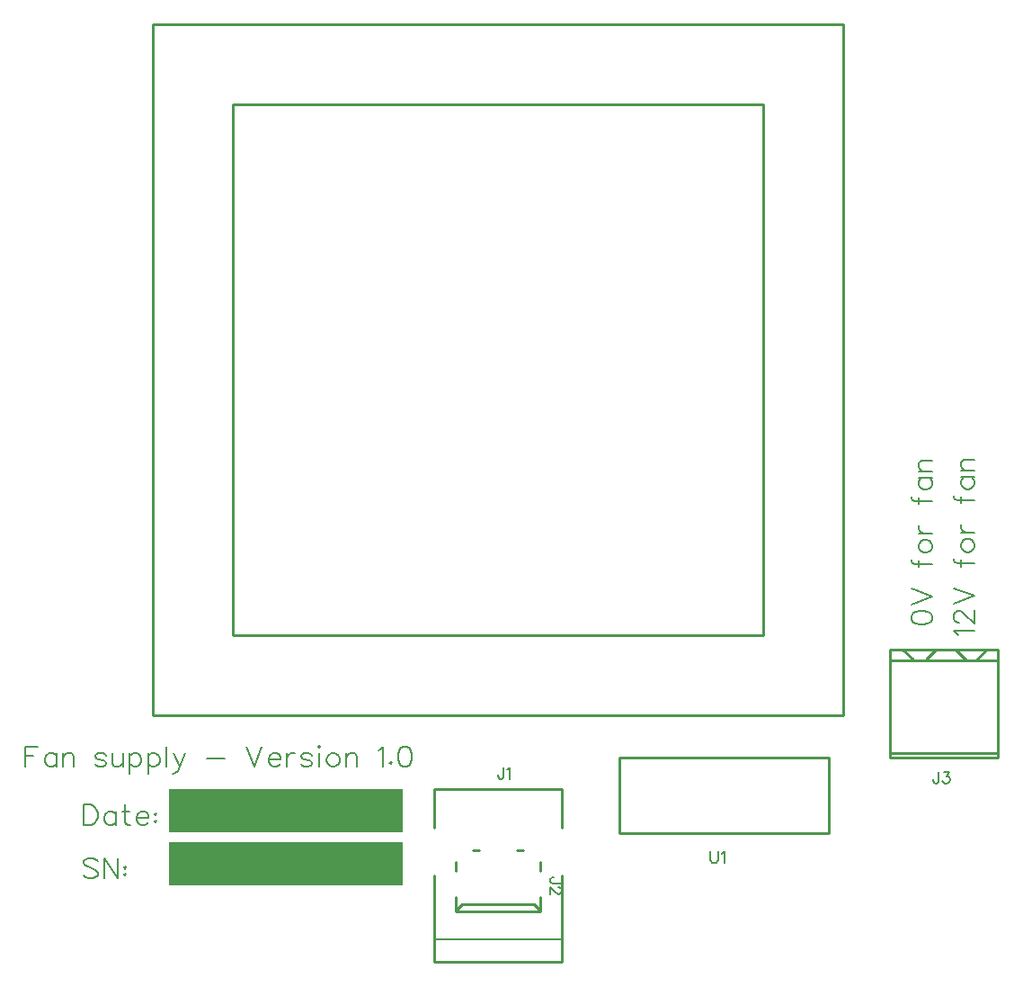
<source format=gto>
G04 Layer: TopSilkscreenLayer*
G04 EasyEDA v6.5.1, 2022-08-30 01:02:35*
G04 a67cddfb3fce44daa9051d46cbbcc19f,10*
G04 Gerber Generator version 0.2*
G04 Scale: 100 percent, Rotated: No, Reflected: No *
G04 Dimensions in millimeters *
G04 leading zeros omitted , absolute positions ,4 integer and 5 decimal *
%FSLAX45Y45*%
%MOMM*%

%ADD10C,0.2540*%
%ADD22C,0.1270*%
%ADD23C,0.2032*%
%ADD24C,0.1524*%
%ADD25C,0.2500*%

%LPD*%
D23*
X8894899Y2655430D02*
G01*
X8904297Y2627744D01*
X8931983Y2609202D01*
X8977957Y2600058D01*
X9005897Y2600058D01*
X9051871Y2609202D01*
X9079557Y2627744D01*
X9088955Y2655430D01*
X9088955Y2673972D01*
X9079557Y2701658D01*
X9051871Y2719946D01*
X9005897Y2729344D01*
X8977957Y2729344D01*
X8931983Y2719946D01*
X8904297Y2701658D01*
X8894899Y2673972D01*
X8894899Y2655430D01*
X8894899Y2790304D02*
G01*
X9088955Y2864218D01*
X8894899Y2938132D02*
G01*
X9088955Y2864218D01*
X8894899Y3215246D02*
G01*
X8894899Y3196704D01*
X8904297Y3178162D01*
X8931983Y3169018D01*
X9088955Y3169018D01*
X8959669Y3141332D02*
G01*
X8959669Y3205848D01*
X8959669Y3322180D02*
G01*
X8968813Y3303892D01*
X8987355Y3285350D01*
X9015041Y3276206D01*
X9033583Y3276206D01*
X9061269Y3285350D01*
X9079557Y3303892D01*
X9088955Y3322180D01*
X9088955Y3349866D01*
X9079557Y3368408D01*
X9061269Y3386950D01*
X9033583Y3396094D01*
X9015041Y3396094D01*
X8987355Y3386950D01*
X8968813Y3368408D01*
X8959669Y3349866D01*
X8959669Y3322180D01*
X8959669Y3457054D02*
G01*
X9088955Y3457054D01*
X9015041Y3457054D02*
G01*
X8987355Y3466452D01*
X8968813Y3484740D01*
X8959669Y3503282D01*
X8959669Y3530968D01*
X8894899Y3808082D02*
G01*
X8894899Y3789540D01*
X8904297Y3771252D01*
X8931983Y3761854D01*
X9088955Y3761854D01*
X8959669Y3734168D02*
G01*
X8959669Y3798938D01*
X8959669Y3979786D02*
G01*
X9088955Y3979786D01*
X8987355Y3979786D02*
G01*
X8968813Y3961498D01*
X8959669Y3942956D01*
X8959669Y3915270D01*
X8968813Y3896728D01*
X8987355Y3878186D01*
X9015041Y3869042D01*
X9033583Y3869042D01*
X9061269Y3878186D01*
X9079557Y3896728D01*
X9088955Y3915270D01*
X9088955Y3942956D01*
X9079557Y3961498D01*
X9061269Y3979786D01*
X8959669Y4040746D02*
G01*
X9088955Y4040746D01*
X8996499Y4040746D02*
G01*
X8968813Y4068686D01*
X8959669Y4086974D01*
X8959669Y4114660D01*
X8968813Y4133202D01*
X8996499Y4142346D01*
X9088955Y4142346D01*
X9331909Y2500109D02*
G01*
X9322765Y2518397D01*
X9295079Y2546083D01*
X9488881Y2546083D01*
X9341053Y2616441D02*
G01*
X9331909Y2616441D01*
X9313367Y2625585D01*
X9304223Y2634729D01*
X9295079Y2653271D01*
X9295079Y2690355D01*
X9304223Y2708643D01*
X9313367Y2718041D01*
X9331909Y2727185D01*
X9350451Y2727185D01*
X9368739Y2718041D01*
X9396679Y2699499D01*
X9488881Y2607043D01*
X9488881Y2736329D01*
X9295079Y2797289D02*
G01*
X9488881Y2871203D01*
X9295079Y2945117D02*
G01*
X9488881Y2871203D01*
X9295079Y3222231D02*
G01*
X9295079Y3203689D01*
X9304223Y3185401D01*
X9331909Y3176003D01*
X9488881Y3176003D01*
X9359595Y3148317D02*
G01*
X9359595Y3213087D01*
X9359595Y3329419D02*
G01*
X9368739Y3310877D01*
X9387281Y3292589D01*
X9414967Y3283191D01*
X9433509Y3283191D01*
X9461195Y3292589D01*
X9479737Y3310877D01*
X9488881Y3329419D01*
X9488881Y3357105D01*
X9479737Y3375647D01*
X9461195Y3394189D01*
X9433509Y3403333D01*
X9414967Y3403333D01*
X9387281Y3394189D01*
X9368739Y3375647D01*
X9359595Y3357105D01*
X9359595Y3329419D01*
X9359595Y3464293D02*
G01*
X9488881Y3464293D01*
X9414967Y3464293D02*
G01*
X9387281Y3473437D01*
X9368739Y3491979D01*
X9359595Y3510521D01*
X9359595Y3538207D01*
X9295079Y3815321D02*
G01*
X9295079Y3796779D01*
X9304223Y3778237D01*
X9331909Y3769093D01*
X9488881Y3769093D01*
X9359595Y3741407D02*
G01*
X9359595Y3805923D01*
X9359595Y3987025D02*
G01*
X9488881Y3987025D01*
X9387281Y3987025D02*
G01*
X9368739Y3968483D01*
X9359595Y3950195D01*
X9359595Y3922509D01*
X9368739Y3903967D01*
X9387281Y3885425D01*
X9414967Y3876281D01*
X9433509Y3876281D01*
X9461195Y3885425D01*
X9479737Y3903967D01*
X9488881Y3922509D01*
X9488881Y3950195D01*
X9479737Y3968483D01*
X9461195Y3987025D01*
X9359595Y4047985D02*
G01*
X9488881Y4047985D01*
X9396679Y4047985D02*
G01*
X9368739Y4075671D01*
X9359595Y4094213D01*
X9359595Y4121899D01*
X9368739Y4140441D01*
X9396679Y4149585D01*
X9488881Y4149585D01*
X1229319Y377339D02*
G01*
X1210845Y395813D01*
X1183137Y405048D01*
X1146192Y405048D01*
X1118483Y395813D01*
X1100010Y377339D01*
X1100010Y358866D01*
X1109245Y340395D01*
X1118483Y331157D01*
X1136954Y321922D01*
X1192375Y303448D01*
X1210845Y294213D01*
X1220083Y284977D01*
X1229319Y266504D01*
X1229319Y238795D01*
X1210845Y220322D01*
X1183137Y211086D01*
X1146192Y211086D01*
X1118483Y220322D01*
X1100010Y238795D01*
X1290279Y405048D02*
G01*
X1290279Y211086D01*
X1290279Y405048D02*
G01*
X1419588Y211086D01*
X1419588Y405048D02*
G01*
X1419588Y211086D01*
X1489786Y321922D02*
G01*
X1480548Y312686D01*
X1489786Y303448D01*
X1499021Y312686D01*
X1489786Y321922D01*
X1489786Y257266D02*
G01*
X1480548Y248030D01*
X1489786Y238795D01*
X1499021Y248030D01*
X1489786Y257266D01*
X1100010Y905047D02*
G01*
X1100010Y711085D01*
X1100010Y905047D02*
G01*
X1164666Y905047D01*
X1192375Y895812D01*
X1210845Y877338D01*
X1220083Y858865D01*
X1229319Y831156D01*
X1229319Y784976D01*
X1220083Y757265D01*
X1210845Y738794D01*
X1192375Y720321D01*
X1164666Y711085D01*
X1100010Y711085D01*
X1401114Y840394D02*
G01*
X1401114Y711085D01*
X1401114Y812685D02*
G01*
X1382643Y831156D01*
X1364170Y840394D01*
X1336461Y840394D01*
X1317988Y831156D01*
X1299514Y812685D01*
X1290279Y784976D01*
X1290279Y766503D01*
X1299514Y738794D01*
X1317988Y720321D01*
X1336461Y711085D01*
X1364170Y711085D01*
X1382643Y720321D01*
X1401114Y738794D01*
X1489786Y905047D02*
G01*
X1489786Y748029D01*
X1499021Y720321D01*
X1517495Y711085D01*
X1535965Y711085D01*
X1462074Y840394D02*
G01*
X1526730Y840394D01*
X1596925Y784976D02*
G01*
X1707763Y784976D01*
X1707763Y803447D01*
X1698525Y821921D01*
X1689290Y831156D01*
X1670817Y840394D01*
X1643108Y840394D01*
X1624634Y831156D01*
X1606163Y812685D01*
X1596925Y784976D01*
X1596925Y766503D01*
X1606163Y738794D01*
X1624634Y720321D01*
X1643108Y711085D01*
X1670817Y711085D01*
X1689290Y720321D01*
X1707763Y738794D01*
X1777959Y821921D02*
G01*
X1768723Y812685D01*
X1777959Y803447D01*
X1787194Y812685D01*
X1777959Y821921D01*
X1777959Y757265D02*
G01*
X1768723Y748029D01*
X1777959Y738794D01*
X1787194Y748029D01*
X1777959Y757265D01*
X550072Y1455051D02*
G01*
X550072Y1260995D01*
X550072Y1455051D02*
G01*
X669960Y1455051D01*
X550072Y1362595D02*
G01*
X623986Y1362595D01*
X841918Y1390281D02*
G01*
X841918Y1260995D01*
X841918Y1362595D02*
G01*
X823376Y1381137D01*
X804834Y1390281D01*
X777148Y1390281D01*
X758860Y1381137D01*
X740318Y1362595D01*
X730920Y1334909D01*
X730920Y1316621D01*
X740318Y1288681D01*
X758860Y1270393D01*
X777148Y1260995D01*
X804834Y1260995D01*
X823376Y1270393D01*
X841918Y1288681D01*
X902878Y1390281D02*
G01*
X902878Y1260995D01*
X902878Y1353451D02*
G01*
X930564Y1381137D01*
X949106Y1390281D01*
X976792Y1390281D01*
X995080Y1381137D01*
X1004478Y1353451D01*
X1004478Y1260995D01*
X1309278Y1362595D02*
G01*
X1299880Y1381137D01*
X1272194Y1390281D01*
X1244508Y1390281D01*
X1216822Y1381137D01*
X1207678Y1362595D01*
X1216822Y1344307D01*
X1235364Y1334909D01*
X1281592Y1325765D01*
X1299880Y1316621D01*
X1309278Y1298079D01*
X1309278Y1288681D01*
X1299880Y1270393D01*
X1272194Y1260995D01*
X1244508Y1260995D01*
X1216822Y1270393D01*
X1207678Y1288681D01*
X1370238Y1390281D02*
G01*
X1370238Y1298079D01*
X1379382Y1270393D01*
X1397924Y1260995D01*
X1425610Y1260995D01*
X1444152Y1270393D01*
X1471838Y1298079D01*
X1471838Y1390281D02*
G01*
X1471838Y1260995D01*
X1532798Y1390281D02*
G01*
X1532798Y1196479D01*
X1532798Y1362595D02*
G01*
X1551340Y1381137D01*
X1569628Y1390281D01*
X1597314Y1390281D01*
X1615856Y1381137D01*
X1634398Y1362595D01*
X1643542Y1334909D01*
X1643542Y1316621D01*
X1634398Y1288681D01*
X1615856Y1270393D01*
X1597314Y1260995D01*
X1569628Y1260995D01*
X1551340Y1270393D01*
X1532798Y1288681D01*
X1704502Y1390281D02*
G01*
X1704502Y1196479D01*
X1704502Y1362595D02*
G01*
X1723044Y1381137D01*
X1741586Y1390281D01*
X1769272Y1390281D01*
X1787560Y1381137D01*
X1806102Y1362595D01*
X1815500Y1334909D01*
X1815500Y1316621D01*
X1806102Y1288681D01*
X1787560Y1270393D01*
X1769272Y1260995D01*
X1741586Y1260995D01*
X1723044Y1270393D01*
X1704502Y1288681D01*
X1876460Y1455051D02*
G01*
X1876460Y1260995D01*
X1946564Y1390281D02*
G01*
X2001936Y1260995D01*
X2057308Y1390281D02*
G01*
X2001936Y1260995D01*
X1983394Y1224165D01*
X1965106Y1205623D01*
X1946564Y1196479D01*
X1937420Y1196479D01*
X2260508Y1344307D02*
G01*
X2426878Y1344307D01*
X2630078Y1455051D02*
G01*
X2703992Y1260995D01*
X2777906Y1455051D02*
G01*
X2703992Y1260995D01*
X2838866Y1334909D02*
G01*
X2949610Y1334909D01*
X2949610Y1353451D01*
X2940466Y1371993D01*
X2931068Y1381137D01*
X2912780Y1390281D01*
X2884840Y1390281D01*
X2866552Y1381137D01*
X2848010Y1362595D01*
X2838866Y1334909D01*
X2838866Y1316621D01*
X2848010Y1288681D01*
X2866552Y1270393D01*
X2884840Y1260995D01*
X2912780Y1260995D01*
X2931068Y1270393D01*
X2949610Y1288681D01*
X3010570Y1390281D02*
G01*
X3010570Y1260995D01*
X3010570Y1334909D02*
G01*
X3019714Y1362595D01*
X3038256Y1381137D01*
X3056798Y1390281D01*
X3084484Y1390281D01*
X3247044Y1362595D02*
G01*
X3237900Y1381137D01*
X3209960Y1390281D01*
X3182274Y1390281D01*
X3154588Y1381137D01*
X3145444Y1362595D01*
X3154588Y1344307D01*
X3173130Y1334909D01*
X3219358Y1325765D01*
X3237900Y1316621D01*
X3247044Y1298079D01*
X3247044Y1288681D01*
X3237900Y1270393D01*
X3209960Y1260995D01*
X3182274Y1260995D01*
X3154588Y1270393D01*
X3145444Y1288681D01*
X3308004Y1455051D02*
G01*
X3317148Y1445907D01*
X3326546Y1455051D01*
X3317148Y1464195D01*
X3308004Y1455051D01*
X3317148Y1390281D02*
G01*
X3317148Y1260995D01*
X3433480Y1390281D02*
G01*
X3415192Y1381137D01*
X3396650Y1362595D01*
X3387506Y1334909D01*
X3387506Y1316621D01*
X3396650Y1288681D01*
X3415192Y1270393D01*
X3433480Y1260995D01*
X3461420Y1260995D01*
X3479708Y1270393D01*
X3498250Y1288681D01*
X3507394Y1316621D01*
X3507394Y1334909D01*
X3498250Y1362595D01*
X3479708Y1381137D01*
X3461420Y1390281D01*
X3433480Y1390281D01*
X3568354Y1390281D02*
G01*
X3568354Y1260995D01*
X3568354Y1353451D02*
G01*
X3596040Y1381137D01*
X3614582Y1390281D01*
X3642268Y1390281D01*
X3660810Y1381137D01*
X3669954Y1353451D01*
X3669954Y1260995D01*
X3873154Y1418221D02*
G01*
X3891696Y1427365D01*
X3919382Y1455051D01*
X3919382Y1260995D01*
X3989740Y1307223D02*
G01*
X3980342Y1298079D01*
X3989740Y1288681D01*
X3998884Y1298079D01*
X3989740Y1307223D01*
X4115216Y1455051D02*
G01*
X4087530Y1445907D01*
X4068988Y1418221D01*
X4059844Y1371993D01*
X4059844Y1344307D01*
X4068988Y1298079D01*
X4087530Y1270393D01*
X4115216Y1260995D01*
X4133758Y1260995D01*
X4161444Y1270393D01*
X4179986Y1298079D01*
X4189130Y1344307D01*
X4189130Y1371993D01*
X4179986Y1418221D01*
X4161444Y1445907D01*
X4133758Y1455051D01*
X4115216Y1455051D01*
D24*
X7000001Y465315D02*
G01*
X7000001Y387337D01*
X7005081Y371843D01*
X7015495Y361429D01*
X7031243Y356349D01*
X7041657Y356349D01*
X7057151Y361429D01*
X7067565Y371843D01*
X7072645Y387337D01*
X7072645Y465315D01*
X7106935Y444487D02*
G01*
X7117349Y449821D01*
X7133097Y465315D01*
X7133097Y356349D01*
X5053175Y1258133D02*
G01*
X5053175Y1175075D01*
X5047841Y1159581D01*
X5042761Y1154247D01*
X5032347Y1149167D01*
X5021933Y1149167D01*
X5011519Y1154247D01*
X5006439Y1159581D01*
X5001105Y1175075D01*
X5001105Y1185489D01*
X5087465Y1237559D02*
G01*
X5097879Y1242639D01*
X5113373Y1258133D01*
X5113373Y1149167D01*
X5597916Y167970D02*
G01*
X5514858Y167970D01*
X5499110Y173050D01*
X5494030Y178384D01*
X5488950Y188544D01*
X5488950Y198958D01*
X5494030Y209372D01*
X5499110Y214706D01*
X5514858Y219786D01*
X5525272Y219786D01*
X5572008Y128346D02*
G01*
X5577088Y128346D01*
X5587502Y123266D01*
X5592836Y117932D01*
X5597916Y107518D01*
X5597916Y86944D01*
X5592836Y76530D01*
X5587502Y71196D01*
X5577088Y66116D01*
X5566674Y66116D01*
X5556260Y71196D01*
X5540766Y81610D01*
X5488950Y133680D01*
X5488950Y60782D01*
X9152069Y1215278D02*
G01*
X9152069Y1132220D01*
X9146735Y1116726D01*
X9141655Y1111392D01*
X9131241Y1106312D01*
X9120827Y1106312D01*
X9110413Y1111392D01*
X9105079Y1116726D01*
X9099999Y1132220D01*
X9099999Y1142634D01*
X9196519Y1215278D02*
G01*
X9253669Y1215278D01*
X9222681Y1173876D01*
X9238175Y1173876D01*
X9248589Y1168542D01*
X9253669Y1163462D01*
X9259003Y1147714D01*
X9259003Y1137300D01*
X9253669Y1121806D01*
X9243509Y1111392D01*
X9227761Y1106312D01*
X9212267Y1106312D01*
X9196519Y1111392D01*
X9191439Y1116726D01*
X9186359Y1127140D01*
G36*
X1900021Y550011D02*
G01*
X1900021Y150012D01*
X4100017Y150012D01*
X4100017Y550011D01*
G37*
G36*
X1899970Y1049985D02*
G01*
X1899970Y649986D01*
X4100017Y649986D01*
X4100017Y1049985D01*
G37*
D10*
X6144000Y640001D02*
G01*
X6144000Y1351600D01*
X8117601Y1351600D01*
X8117601Y640400D01*
X6144000Y640001D02*
G01*
X8109000Y640001D01*
D22*
X5600001Y-364495D02*
G01*
X4400001Y-364497D01*
D10*
X4400001Y1054506D02*
G01*
X4400001Y687603D01*
X4400001Y241416D02*
G01*
X4400001Y-575495D01*
X4400001Y-575495D02*
G01*
X5600001Y-575495D01*
X5600001Y-575495D02*
G01*
X5600001Y241416D01*
X5600001Y687603D02*
G01*
X5600001Y1054506D01*
X5599998Y1054506D02*
G01*
X4400001Y1054506D01*
X5399999Y-100751D02*
G01*
X4600000Y-100751D01*
X5338988Y-29758D02*
G01*
X4662002Y-29758D01*
X5397992Y-100751D02*
G01*
X5397992Y-88762D01*
X5338988Y-29758D01*
X4602998Y-98745D02*
G01*
X4602998Y-88762D01*
X4662002Y-29758D01*
X5238061Y474228D02*
G01*
X5174574Y474228D01*
X4823343Y474228D02*
G01*
X4761938Y474228D01*
X5399999Y371368D02*
G01*
X5399999Y283471D01*
X5399999Y36517D02*
G01*
X5399999Y-100751D01*
X4600000Y371368D02*
G01*
X4600000Y283471D01*
X4600000Y36517D02*
G01*
X4600000Y-88762D01*
X8691999Y2365999D02*
G01*
X8691999Y1349999D01*
X8691999Y2365999D02*
G01*
X9705383Y2365999D01*
X8691999Y1349999D02*
G01*
X9705383Y1349999D01*
X8691999Y2266863D02*
G01*
X9703630Y2266863D01*
X9707999Y2365745D02*
G01*
X9707999Y1349745D01*
X8691999Y1389496D02*
G01*
X9706526Y1389496D01*
X9500989Y2267752D02*
G01*
X9597001Y2363764D01*
X9407999Y2267752D02*
G01*
X9311987Y2363764D01*
X9029006Y2269581D02*
G01*
X9125018Y2365593D01*
X8909982Y2269581D02*
G01*
X8813970Y2365593D01*
D25*
X2499995Y7500010D02*
G01*
X7499985Y7500010D01*
X7499985Y2500020D01*
X2499995Y2500020D01*
X2499995Y7500010D01*
X1750009Y8249996D02*
G01*
X8250021Y8249996D01*
X8250021Y1749983D01*
X1750009Y1749983D01*
X1750009Y8249996D01*
M02*

</source>
